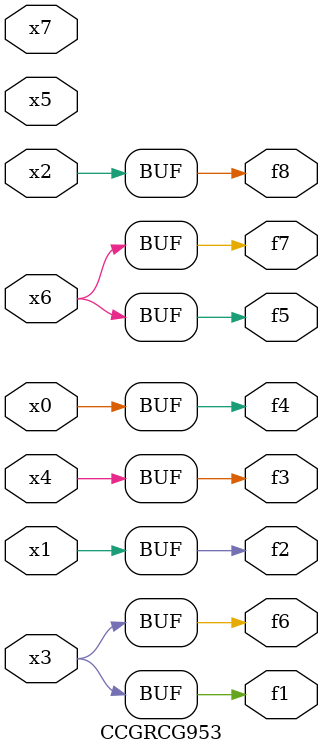
<source format=v>
module CCGRCG953(
	input x0, x1, x2, x3, x4, x5, x6, x7,
	output f1, f2, f3, f4, f5, f6, f7, f8
);
	assign f1 = x3;
	assign f2 = x1;
	assign f3 = x4;
	assign f4 = x0;
	assign f5 = x6;
	assign f6 = x3;
	assign f7 = x6;
	assign f8 = x2;
endmodule

</source>
